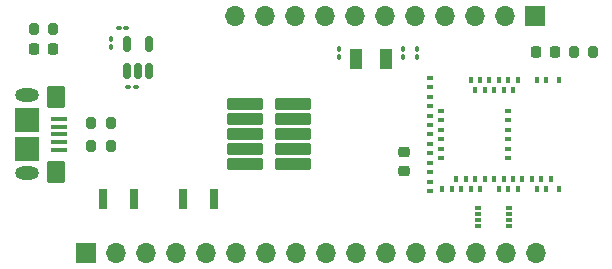
<source format=gbr>
%TF.GenerationSoftware,KiCad,Pcbnew,7.0.1-0*%
%TF.CreationDate,2024-01-09T13:00:13-05:00*%
%TF.ProjectId,nRF52_sandbox,6e524635-325f-4736-916e-64626f782e6b,rev?*%
%TF.SameCoordinates,Original*%
%TF.FileFunction,Soldermask,Top*%
%TF.FilePolarity,Negative*%
%FSLAX46Y46*%
G04 Gerber Fmt 4.6, Leading zero omitted, Abs format (unit mm)*
G04 Created by KiCad (PCBNEW 7.0.1-0) date 2024-01-09 13:00:13*
%MOMM*%
%LPD*%
G01*
G04 APERTURE LIST*
G04 Aperture macros list*
%AMRoundRect*
0 Rectangle with rounded corners*
0 $1 Rounding radius*
0 $2 $3 $4 $5 $6 $7 $8 $9 X,Y pos of 4 corners*
0 Add a 4 corners polygon primitive as box body*
4,1,4,$2,$3,$4,$5,$6,$7,$8,$9,$2,$3,0*
0 Add four circle primitives for the rounded corners*
1,1,$1+$1,$2,$3*
1,1,$1+$1,$4,$5*
1,1,$1+$1,$6,$7*
1,1,$1+$1,$8,$9*
0 Add four rect primitives between the rounded corners*
20,1,$1+$1,$2,$3,$4,$5,0*
20,1,$1+$1,$4,$5,$6,$7,0*
20,1,$1+$1,$6,$7,$8,$9,0*
20,1,$1+$1,$8,$9,$2,$3,0*%
G04 Aperture macros list end*
%ADD10RoundRect,0.200000X-0.200000X-0.275000X0.200000X-0.275000X0.200000X0.275000X-0.200000X0.275000X0*%
%ADD11R,1.700000X1.700000*%
%ADD12O,1.700000X1.700000*%
%ADD13RoundRect,0.150000X0.150000X-0.512500X0.150000X0.512500X-0.150000X0.512500X-0.150000X-0.512500X0*%
%ADD14RoundRect,0.100000X0.100000X-0.130000X0.100000X0.130000X-0.100000X0.130000X-0.100000X-0.130000X0*%
%ADD15RoundRect,0.218750X0.256250X-0.218750X0.256250X0.218750X-0.256250X0.218750X-0.256250X-0.218750X0*%
%ADD16RoundRect,0.100000X-0.130000X-0.100000X0.130000X-0.100000X0.130000X0.100000X-0.130000X0.100000X0*%
%ADD17R,0.800000X1.700000*%
%ADD18RoundRect,0.102000X-1.395000X0.370000X-1.395000X-0.370000X1.395000X-0.370000X1.395000X0.370000X0*%
%ADD19R,1.350000X0.400000*%
%ADD20O,2.004000X1.104000*%
%ADD21RoundRect,0.102000X-0.700000X0.800000X-0.700000X-0.800000X0.700000X-0.800000X0.700000X0.800000X0*%
%ADD22RoundRect,0.102000X-0.950000X0.950000X-0.950000X-0.950000X0.950000X-0.950000X0.950000X0.950000X0*%
%ADD23RoundRect,0.087500X0.175000X0.087500X-0.175000X0.087500X-0.175000X-0.087500X0.175000X-0.087500X0*%
%ADD24R,0.400000X0.600000*%
%ADD25R,0.600000X0.400000*%
%ADD26R,1.000000X1.800000*%
%ADD27RoundRect,0.100000X0.130000X0.100000X-0.130000X0.100000X-0.130000X-0.100000X0.130000X-0.100000X0*%
%ADD28RoundRect,0.218750X-0.218750X-0.256250X0.218750X-0.256250X0.218750X0.256250X-0.218750X0.256250X0*%
%ADD29RoundRect,0.100000X-0.100000X0.130000X-0.100000X-0.130000X0.100000X-0.130000X0.100000X0.130000X0*%
%ADD30RoundRect,0.218750X0.218750X0.256250X-0.218750X0.256250X-0.218750X-0.256250X0.218750X-0.256250X0*%
G04 APERTURE END LIST*
D10*
%TO.C,R1*%
X92075000Y-79600000D03*
X93725000Y-79600000D03*
%TD*%
D11*
%TO.C,J4*%
X134550000Y-78500000D03*
D12*
X132010000Y-78500000D03*
X129470000Y-78500000D03*
X126930000Y-78500000D03*
X124390000Y-78500000D03*
X121850000Y-78500000D03*
X119310000Y-78500000D03*
X116770000Y-78500000D03*
X114230000Y-78500000D03*
X111690000Y-78500000D03*
X109150000Y-78500000D03*
%TD*%
D13*
%TO.C,U2*%
X99950000Y-83137500D03*
X100900000Y-83137500D03*
X101850000Y-83137500D03*
X101850000Y-80862500D03*
X99950000Y-80862500D03*
%TD*%
D10*
%TO.C,R4*%
X96925000Y-87500000D03*
X98575000Y-87500000D03*
%TD*%
D14*
%TO.C,C2*%
X123300000Y-81920000D03*
X123300000Y-81280000D03*
%TD*%
D15*
%TO.C,L1*%
X123400000Y-91587500D03*
X123400000Y-90012500D03*
%TD*%
D16*
%TO.C,C5*%
X100080001Y-84500000D03*
X100720001Y-84500000D03*
%TD*%
D17*
%TO.C,SW2*%
X104700000Y-94000000D03*
X107300000Y-94000000D03*
%TD*%
D18*
%TO.C,J2*%
X109965000Y-85960000D03*
X114035000Y-85960000D03*
X109965000Y-87230000D03*
X114035000Y-87230000D03*
X109965000Y-88500000D03*
X114035000Y-88500000D03*
X109965000Y-89770000D03*
X114035000Y-89770000D03*
X109965000Y-91040000D03*
X114035000Y-91040000D03*
%TD*%
D19*
%TO.C,J1*%
X94175000Y-87200000D03*
X94175000Y-87850000D03*
X94175000Y-88500000D03*
X94175000Y-89150000D03*
D20*
X91500000Y-85200000D03*
D21*
X93950000Y-85300000D03*
D22*
X91500000Y-87300000D03*
X91500000Y-89700000D03*
D19*
X94175000Y-89800000D03*
D21*
X93950000Y-91700000D03*
D20*
X91500000Y-91800000D03*
%TD*%
D17*
%TO.C,SW1*%
X100550000Y-94000000D03*
X97950000Y-94000000D03*
%TD*%
D23*
%TO.C,U3*%
X132287500Y-96250000D03*
X132287500Y-95750000D03*
X132287500Y-95250000D03*
X132287500Y-94750000D03*
X129712500Y-94750000D03*
X129712500Y-95250000D03*
X129712500Y-95750000D03*
X129712500Y-96250000D03*
%TD*%
D24*
%TO.C,U1*%
X136550000Y-83850000D03*
X135450000Y-83850000D03*
X134650000Y-83850000D03*
X133050000Y-83850000D03*
X132650000Y-84750000D03*
X132250000Y-83850000D03*
X131850000Y-84750000D03*
X131450000Y-83850000D03*
X131050000Y-84750000D03*
X130650000Y-83850000D03*
X130250000Y-84750000D03*
X129850000Y-83850000D03*
X129450000Y-84750000D03*
X129050000Y-83850000D03*
D25*
X125650000Y-83700000D03*
X125650000Y-84500000D03*
X125650000Y-85300000D03*
X125650000Y-86100000D03*
X126550000Y-86500000D03*
X125650000Y-86900000D03*
X126550000Y-87300000D03*
X125650000Y-87700000D03*
X126550000Y-88100000D03*
X125650000Y-88500000D03*
X126550000Y-88900000D03*
X125650000Y-89300000D03*
X126550000Y-89700000D03*
X125650000Y-90100000D03*
X126550000Y-90500000D03*
X125650000Y-90900000D03*
X125650000Y-91700000D03*
X125650000Y-92500000D03*
X125650000Y-93300000D03*
D24*
X126650000Y-93150000D03*
X127450000Y-93150000D03*
X127850000Y-92250000D03*
X128250000Y-93150000D03*
X128650000Y-92250000D03*
X129050000Y-93150000D03*
X129450000Y-92250000D03*
X129850000Y-93150000D03*
X130250000Y-92250000D03*
X131050000Y-92250000D03*
X131450000Y-93150000D03*
X131850000Y-92250000D03*
X132250000Y-93150000D03*
X132650000Y-92250000D03*
X133050000Y-93150000D03*
X133450000Y-92250000D03*
X134250000Y-92250000D03*
X134650000Y-93150000D03*
X135050000Y-92250000D03*
X135450000Y-93150000D03*
X135850000Y-92250000D03*
X136550000Y-93150000D03*
D25*
X132250000Y-86500000D03*
X132250000Y-87300000D03*
X132250000Y-88100000D03*
X132250000Y-88900000D03*
X132250000Y-89700000D03*
X132250000Y-90500000D03*
%TD*%
D26*
%TO.C,Y1*%
X119325000Y-82100000D03*
X121875000Y-82100000D03*
%TD*%
D10*
%TO.C,R3*%
X96925000Y-89500000D03*
X98575000Y-89500000D03*
%TD*%
D11*
%TO.C,J3*%
X96470000Y-98500000D03*
D12*
X99010000Y-98500000D03*
X101550000Y-98500000D03*
X104090000Y-98500000D03*
X106630000Y-98500000D03*
X109170000Y-98500000D03*
X111710000Y-98500000D03*
X114250000Y-98500000D03*
X116790000Y-98500000D03*
X119330000Y-98500000D03*
X121870000Y-98500000D03*
X124410000Y-98500000D03*
X126950000Y-98500000D03*
X129490000Y-98500000D03*
X132030000Y-98500000D03*
X134570000Y-98500000D03*
%TD*%
D10*
%TO.C,R2*%
X137775000Y-81500000D03*
X139425000Y-81500000D03*
%TD*%
D27*
%TO.C,C4*%
X99920000Y-79500000D03*
X99280000Y-79500000D03*
%TD*%
D28*
%TO.C,D1*%
X92112500Y-81300000D03*
X93687500Y-81300000D03*
%TD*%
D14*
%TO.C,C1*%
X98650000Y-81070000D03*
X98650000Y-80430000D03*
%TD*%
D29*
%TO.C,C6*%
X124500000Y-81280000D03*
X124500000Y-81920000D03*
%TD*%
D14*
%TO.C,C3*%
X117900000Y-81920000D03*
X117900000Y-81280000D03*
%TD*%
D30*
%TO.C,D2*%
X136187500Y-81500000D03*
X134612500Y-81500000D03*
%TD*%
M02*

</source>
